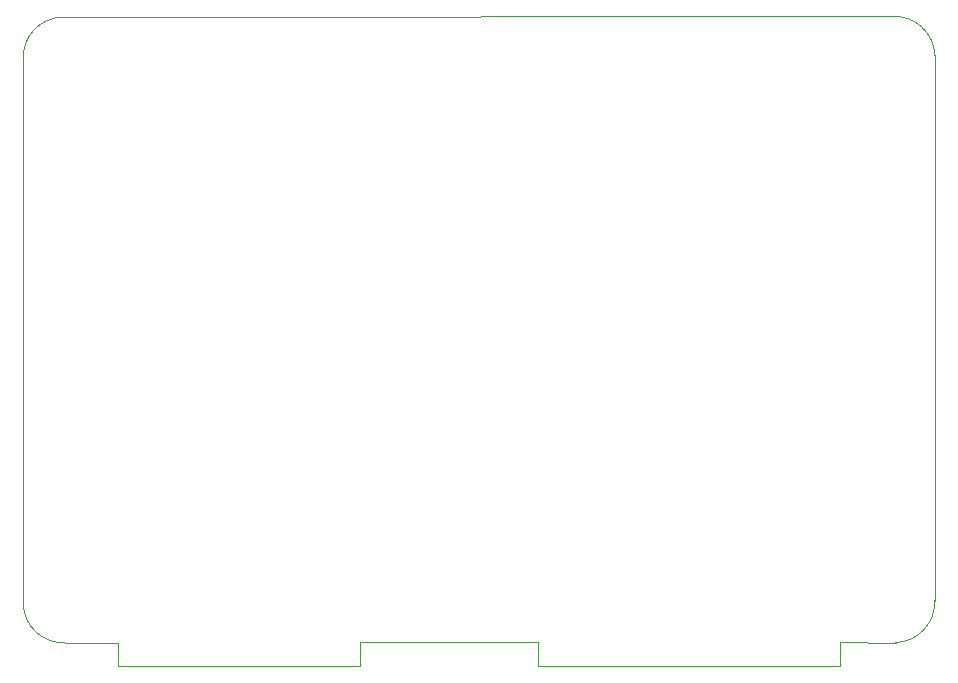
<source format=gbr>
%TF.GenerationSoftware,KiCad,Pcbnew,8.0.4*%
%TF.CreationDate,2024-10-07T01:35:34+03:00*%
%TF.ProjectId,Flipper Zero Protoboard max,466c6970-7065-4722-905a-65726f205072,rev?*%
%TF.SameCoordinates,Original*%
%TF.FileFunction,Profile,NP*%
%FSLAX46Y46*%
G04 Gerber Fmt 4.6, Leading zero omitted, Abs format (unit mm)*
G04 Created by KiCad (PCBNEW 8.0.4) date 2024-10-07 01:35:34*
%MOMM*%
%LPD*%
G01*
G04 APERTURE LIST*
%TA.AperFunction,Profile*%
%ADD10C,0.050000*%
%TD*%
G04 APERTURE END LIST*
D10*
X38175249Y-53922768D02*
X108521143Y-53871425D01*
X34872768Y-103594751D02*
X34881425Y-57468857D01*
X104010000Y-108890000D02*
X104010000Y-106870000D01*
X34881425Y-57468857D02*
G75*
G02*
X38175249Y-53922769I3406640J138501D01*
G01*
X63370000Y-108890000D02*
X63370000Y-106790000D01*
X42880000Y-106890000D02*
X42870000Y-108890000D01*
X63370000Y-106790000D02*
X78460000Y-106800000D01*
X42870000Y-108890000D02*
X63370000Y-108890000D01*
X112048575Y-103331143D02*
X112067232Y-57165249D01*
X42880000Y-106890000D02*
X38418857Y-106888575D01*
X78460000Y-106800000D02*
X78460000Y-108900000D01*
X104010000Y-106870000D02*
X108754751Y-106877232D01*
X78460000Y-108900000D02*
X104010000Y-108890000D01*
X38418857Y-106888575D02*
G75*
G02*
X34872769Y-103594751I-138501J3406640D01*
G01*
X112048575Y-103331143D02*
G75*
G02*
X108754751Y-106877231I-3406640J-138501D01*
G01*
X108521143Y-53871425D02*
G75*
G02*
X112067231Y-57165249I138501J-3406640D01*
G01*
M02*

</source>
